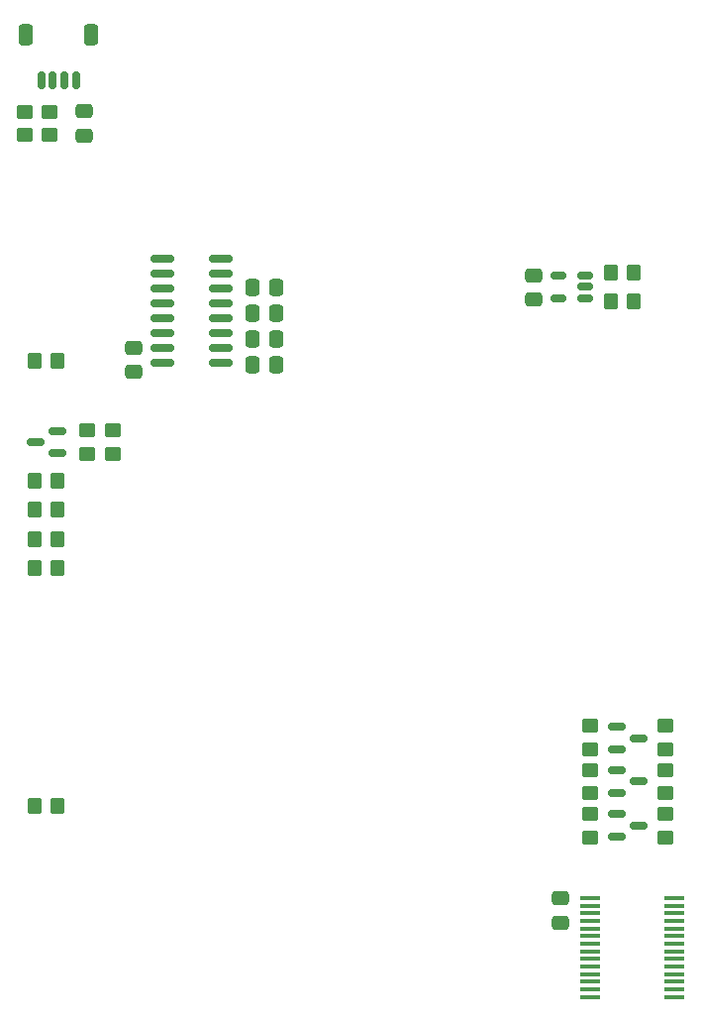
<source format=gtp>
G04 #@! TF.GenerationSoftware,KiCad,Pcbnew,8.0.5*
G04 #@! TF.CreationDate,2024-10-24T17:49:52+02:00*
G04 #@! TF.ProjectId,vt2_communicator,7674325f-636f-46d6-9d75-6e696361746f,rev?*
G04 #@! TF.SameCoordinates,Original*
G04 #@! TF.FileFunction,Paste,Top*
G04 #@! TF.FilePolarity,Positive*
%FSLAX46Y46*%
G04 Gerber Fmt 4.6, Leading zero omitted, Abs format (unit mm)*
G04 Created by KiCad (PCBNEW 8.0.5) date 2024-10-24 17:49:52*
%MOMM*%
%LPD*%
G01*
G04 APERTURE LIST*
G04 Aperture macros list*
%AMRoundRect*
0 Rectangle with rounded corners*
0 $1 Rounding radius*
0 $2 $3 $4 $5 $6 $7 $8 $9 X,Y pos of 4 corners*
0 Add a 4 corners polygon primitive as box body*
4,1,4,$2,$3,$4,$5,$6,$7,$8,$9,$2,$3,0*
0 Add four circle primitives for the rounded corners*
1,1,$1+$1,$2,$3*
1,1,$1+$1,$4,$5*
1,1,$1+$1,$6,$7*
1,1,$1+$1,$8,$9*
0 Add four rect primitives between the rounded corners*
20,1,$1+$1,$2,$3,$4,$5,0*
20,1,$1+$1,$4,$5,$6,$7,0*
20,1,$1+$1,$6,$7,$8,$9,0*
20,1,$1+$1,$8,$9,$2,$3,0*%
G04 Aperture macros list end*
%ADD10RoundRect,0.250000X0.450000X-0.350000X0.450000X0.350000X-0.450000X0.350000X-0.450000X-0.350000X0*%
%ADD11RoundRect,0.250000X0.350000X0.450000X-0.350000X0.450000X-0.350000X-0.450000X0.350000X-0.450000X0*%
%ADD12RoundRect,0.250000X-0.350000X-0.450000X0.350000X-0.450000X0.350000X0.450000X-0.350000X0.450000X0*%
%ADD13RoundRect,0.150000X0.512500X0.150000X-0.512500X0.150000X-0.512500X-0.150000X0.512500X-0.150000X0*%
%ADD14R,1.750000X0.450000*%
%ADD15RoundRect,0.150000X0.825000X0.150000X-0.825000X0.150000X-0.825000X-0.150000X0.825000X-0.150000X0*%
%ADD16RoundRect,0.250000X-0.450000X0.350000X-0.450000X-0.350000X0.450000X-0.350000X0.450000X0.350000X0*%
%ADD17RoundRect,0.250000X0.475000X-0.337500X0.475000X0.337500X-0.475000X0.337500X-0.475000X-0.337500X0*%
%ADD18RoundRect,0.150000X0.587500X0.150000X-0.587500X0.150000X-0.587500X-0.150000X0.587500X-0.150000X0*%
%ADD19RoundRect,0.150000X-0.587500X-0.150000X0.587500X-0.150000X0.587500X0.150000X-0.587500X0.150000X0*%
%ADD20RoundRect,0.250000X0.337500X0.475000X-0.337500X0.475000X-0.337500X-0.475000X0.337500X-0.475000X0*%
%ADD21RoundRect,0.150000X0.150000X0.625000X-0.150000X0.625000X-0.150000X-0.625000X0.150000X-0.625000X0*%
%ADD22RoundRect,0.250000X0.350000X0.650000X-0.350000X0.650000X-0.350000X-0.650000X0.350000X-0.650000X0*%
%ADD23RoundRect,0.250000X-0.337500X-0.475000X0.337500X-0.475000X0.337500X0.475000X-0.337500X0.475000X0*%
%ADD24RoundRect,0.250000X-0.475000X0.337500X-0.475000X-0.337500X0.475000X-0.337500X0.475000X0.337500X0*%
G04 APERTURE END LIST*
D10*
X123200000Y-88200000D03*
X123200000Y-86200000D03*
D11*
X167800000Y-72750000D03*
X165800000Y-72750000D03*
D12*
X116500000Y-118250000D03*
X118500000Y-118250000D03*
D13*
X163600000Y-74900000D03*
X163600000Y-73950000D03*
X163600000Y-73000000D03*
X161325000Y-73000000D03*
X161325000Y-74900000D03*
D14*
X171200000Y-134600000D03*
X171200000Y-133950000D03*
X171200000Y-133300000D03*
X171200000Y-132650000D03*
X171200000Y-132000000D03*
X171200000Y-131350000D03*
X171200000Y-130700000D03*
X171200000Y-130050000D03*
X171200000Y-129400000D03*
X171200000Y-128750000D03*
X171200000Y-128100000D03*
X171200000Y-127450000D03*
X171200000Y-126800000D03*
X171200000Y-126150000D03*
X164000000Y-126150000D03*
X164000000Y-126800000D03*
X164000000Y-127450000D03*
X164000000Y-128100000D03*
X164000000Y-128750000D03*
X164000000Y-129400000D03*
X164000000Y-130050000D03*
X164000000Y-130700000D03*
X164000000Y-131350000D03*
X164000000Y-132000000D03*
X164000000Y-132650000D03*
X164000000Y-133300000D03*
X164000000Y-133950000D03*
X164000000Y-134600000D03*
D15*
X132437500Y-80445000D03*
X132437500Y-79175000D03*
X132437500Y-77905000D03*
X132437500Y-76635000D03*
X132437500Y-75365000D03*
X132437500Y-74095000D03*
X132437500Y-72825000D03*
X132437500Y-71555000D03*
X127487500Y-71555000D03*
X127487500Y-72825000D03*
X127487500Y-74095000D03*
X127487500Y-75365000D03*
X127487500Y-76635000D03*
X127487500Y-77905000D03*
X127487500Y-79175000D03*
X127487500Y-80445000D03*
D12*
X116500000Y-80250000D03*
X118500000Y-80250000D03*
D16*
X170500000Y-115200000D03*
X170500000Y-117200000D03*
D17*
X159200000Y-75037500D03*
X159200000Y-72962500D03*
D10*
X115700000Y-61000000D03*
X115700000Y-59000000D03*
D16*
X170500000Y-111450000D03*
X170500000Y-113450000D03*
X170500000Y-118950000D03*
X170500000Y-120950000D03*
D18*
X118500000Y-88150000D03*
X118500000Y-86250000D03*
X116625000Y-87200000D03*
D16*
X121000000Y-86200000D03*
X121000000Y-88200000D03*
D11*
X118500000Y-90500000D03*
X116500000Y-90500000D03*
D19*
X166312500Y-115250000D03*
X166312500Y-117150000D03*
X168187500Y-116200000D03*
D16*
X164000000Y-111450000D03*
X164000000Y-113450000D03*
D20*
X137200000Y-78400000D03*
X135125000Y-78400000D03*
D21*
X120100000Y-56275000D03*
X119100000Y-56275000D03*
X118100000Y-56275000D03*
X117100000Y-56275000D03*
D22*
X121400000Y-52400000D03*
X115800000Y-52400000D03*
D11*
X118500000Y-95500000D03*
X116500000Y-95500000D03*
D23*
X135125000Y-76200000D03*
X137200000Y-76200000D03*
X135125000Y-74000000D03*
X137200000Y-74000000D03*
D17*
X125000000Y-81237500D03*
X125000000Y-79162500D03*
D19*
X166312500Y-111550000D03*
X166312500Y-113450000D03*
X168187500Y-112500000D03*
D16*
X164000000Y-118950000D03*
X164000000Y-120950000D03*
D19*
X166312500Y-119000000D03*
X166312500Y-120900000D03*
X168187500Y-119950000D03*
D23*
X135125000Y-80600000D03*
X137200000Y-80600000D03*
D10*
X117800000Y-61000000D03*
X117800000Y-59000000D03*
D16*
X164000000Y-115200000D03*
X164000000Y-117200000D03*
D11*
X118500000Y-98000000D03*
X116500000Y-98000000D03*
D24*
X120800000Y-58962500D03*
X120800000Y-61037500D03*
D17*
X161500000Y-128237500D03*
X161500000Y-126162500D03*
D11*
X167800000Y-75200000D03*
X165800000Y-75200000D03*
X118500000Y-93000000D03*
X116500000Y-93000000D03*
M02*

</source>
